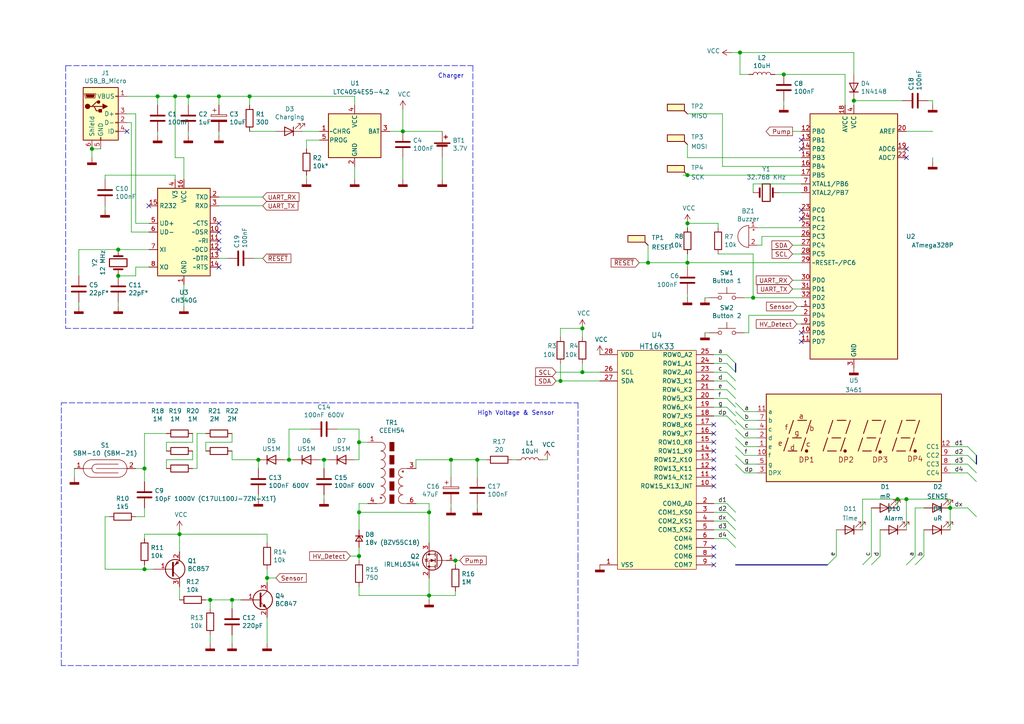
<source format=kicad_sch>
(kicad_sch (version 20210621) (generator eeschema)
  (paper "A4")
  (title_block (title "Nanit") (date "2021-08-27") (rev "D") (comment 1 "https://github.com/nanit") (comment 2 "PCB by Andy Karpov") (comment 3 "Original project by MadOrc"))
  (junction (at 26.67 43.18) (diameter 1.016))
  (junction (at 34.29 72.39) (diameter 1.016))
  (junction (at 34.29 80.01) (diameter 1.016))
  (junction (at 41.91 135.89) (diameter 1.016))
  (junction (at 41.91 165.1) (diameter 1.016))
  (junction (at 45.72 27.94) (diameter 1.016))
  (junction (at 50.8 27.94) (diameter 1.016))
  (junction (at 52.07 154.94) (diameter 1.016))
  (junction (at 54.61 27.94) (diameter 1.016))
  (junction (at 60.96 173.99) (diameter 1.016))
  (junction (at 63.5 27.94) (diameter 1.016))
  (junction (at 67.31 173.99) (diameter 1.016))
  (junction (at 72.39 27.94) (diameter 1.016))
  (junction (at 74.93 133.35) (diameter 1.016))
  (junction (at 77.47 167.64) (diameter 1.016))
  (junction (at 83.82 133.35) (diameter 1.016))
  (junction (at 93.98 133.35) (diameter 1.016))
  (junction (at 104.14 128.27) (diameter 1.016))
  (junction (at 104.14 148.59) (diameter 1.016))
  (junction (at 104.14 161.29) (diameter 1.016))
  (junction (at 116.84 38.1) (diameter 1.016))
  (junction (at 124.46 148.59) (diameter 1.016))
  (junction (at 124.46 172.72) (diameter 1.016))
  (junction (at 130.81 133.35) (diameter 1.016))
  (junction (at 132.08 162.56) (diameter 1.016))
  (junction (at 138.43 133.35) (diameter 1.016))
  (junction (at 162.56 110.49) (diameter 1.016))
  (junction (at 168.91 95.25) (diameter 1.016))
  (junction (at 168.91 107.95) (diameter 1.016))
  (junction (at 187.96 76.2) (diameter 1.016))
  (junction (at 199.39 50.8) (diameter 1.016))
  (junction (at 199.39 64.77) (diameter 1.016))
  (junction (at 199.39 76.2) (diameter 1.016))
  (junction (at 214.63 15.24) (diameter 1.016))
  (junction (at 218.44 86.36) (diameter 1.016))
  (junction (at 227.33 21.59) (diameter 1.016))
  (junction (at 247.65 29.21) (diameter 1.016))
  (junction (at 260.35 144.78) (diameter 1.016))
  (junction (at 262.89 144.78) (diameter 1.016))
  (junction (at 275.59 147.32) (diameter 1.016))
  (no_connect (at 36.83 38.1))
  (no_connect (at 43.18 59.69))
  (no_connect (at 63.5 64.77))
  (no_connect (at 63.5 67.31))
  (no_connect (at 63.5 69.85))
  (no_connect (at 63.5 72.39))
  (no_connect (at 63.5 77.47))
  (no_connect (at 207.01 123.19))
  (no_connect (at 207.01 125.73))
  (no_connect (at 207.01 128.27))
  (no_connect (at 207.01 130.81))
  (no_connect (at 207.01 133.35))
  (no_connect (at 207.01 135.89))
  (no_connect (at 207.01 138.43))
  (no_connect (at 207.01 140.97))
  (no_connect (at 207.01 158.75))
  (no_connect (at 207.01 161.29))
  (no_connect (at 207.01 163.83))
  (no_connect (at 232.41 40.64))
  (no_connect (at 232.41 43.18))
  (no_connect (at 232.41 60.96))
  (no_connect (at 232.41 63.5))
  (no_connect (at 232.41 96.52))
  (no_connect (at 232.41 99.06))
  (no_connect (at 262.89 43.18))
  (no_connect (at 262.89 45.72))
  (bus_entry (at 210.82 102.87) (size 2.54 2.54))
  (bus_entry (at 210.82 105.41) (size 2.54 2.54))
  (bus_entry (at 210.82 107.95) (size 2.54 2.54))
  (bus_entry (at 210.82 110.49) (size 2.54 2.54))
  (bus_entry (at 210.82 113.03) (size 2.54 2.54))
  (bus_entry (at 210.82 115.57) (size 2.54 2.54))
  (bus_entry (at 210.82 118.11) (size 2.54 2.54))
  (bus_entry (at 210.82 120.65) (size 2.54 2.54))
  (bus_entry (at 210.82 146.05) (size 2.54 2.54))
  (bus_entry (at 210.82 148.59) (size 2.54 2.54))
  (bus_entry (at 210.82 151.13) (size 2.54 2.54))
  (bus_entry (at 210.82 153.67) (size 2.54 2.54))
  (bus_entry (at 210.82 156.21) (size 2.54 2.54))
  (bus_entry (at 213.36 116.84) (size 2.54 2.54))
  (bus_entry (at 213.36 119.38) (size 2.54 2.54))
  (bus_entry (at 213.36 121.92) (size 2.54 2.54))
  (bus_entry (at 213.36 124.46) (size 2.54 2.54))
  (bus_entry (at 213.36 127) (size 2.54 2.54))
  (bus_entry (at 213.36 129.54) (size 2.54 2.54))
  (bus_entry (at 213.36 132.08) (size 2.54 2.54))
  (bus_entry (at 213.36 134.62) (size 2.54 2.54))
  (bus_entry (at 242.57 161.29) (size -2.54 2.54))
  (bus_entry (at 252.73 161.29) (size -2.54 2.54))
  (bus_entry (at 255.27 161.29) (size -2.54 2.54))
  (bus_entry (at 265.43 161.29) (size -2.54 2.54))
  (bus_entry (at 267.97 161.29) (size -2.54 2.54))
  (bus_entry (at 280.67 129.54) (size 2.54 2.54))
  (bus_entry (at 280.67 132.08) (size 2.54 2.54))
  (bus_entry (at 280.67 134.62) (size 2.54 2.54))
  (bus_entry (at 280.67 137.16) (size 2.54 2.54))
  (bus_entry (at 280.67 147.32) (size 2.54 2.54))
  (wire (pts (xy 21.59 135.89) (xy 21.59 138.43)))
  (wire (pts (xy 22.86 72.39) (xy 34.29 72.39)))
  (wire (pts (xy 22.86 80.01) (xy 22.86 72.39)))
  (wire (pts (xy 22.86 88.9) (xy 22.86 87.63)))
  (wire (pts (xy 26.67 45.72) (xy 26.67 43.18)))
  (wire (pts (xy 29.21 43.18) (xy 26.67 43.18)))
  (wire (pts (xy 30.48 50.8) (xy 50.8 50.8)))
  (wire (pts (xy 30.48 52.07) (xy 30.48 50.8)))
  (wire (pts (xy 30.48 60.96) (xy 30.48 59.69)))
  (wire (pts (xy 30.48 149.86) (xy 30.48 165.1)))
  (wire (pts (xy 30.48 165.1) (xy 41.91 165.1)))
  (wire (pts (xy 31.75 149.86) (xy 30.48 149.86)))
  (wire (pts (xy 34.29 72.39) (xy 43.18 72.39)))
  (wire (pts (xy 34.29 80.01) (xy 39.37 80.01)))
  (wire (pts (xy 34.29 88.9) (xy 34.29 87.63)))
  (wire (pts (xy 36.83 27.94) (xy 45.72 27.94)))
  (wire (pts (xy 36.83 33.02) (xy 39.37 33.02)))
  (wire (pts (xy 36.83 35.56) (xy 38.1 35.56)))
  (wire (pts (xy 38.1 35.56) (xy 38.1 67.31)))
  (wire (pts (xy 38.1 67.31) (xy 43.18 67.31)))
  (wire (pts (xy 39.37 33.02) (xy 39.37 64.77)))
  (wire (pts (xy 39.37 64.77) (xy 43.18 64.77)))
  (wire (pts (xy 39.37 77.47) (xy 43.18 77.47)))
  (wire (pts (xy 39.37 80.01) (xy 39.37 77.47)))
  (wire (pts (xy 39.37 135.89) (xy 41.91 135.89)))
  (wire (pts (xy 41.91 125.73) (xy 48.26 125.73)))
  (wire (pts (xy 41.91 135.89) (xy 41.91 125.73)))
  (wire (pts (xy 41.91 139.7) (xy 41.91 135.89)))
  (wire (pts (xy 41.91 147.32) (xy 41.91 149.86)))
  (wire (pts (xy 41.91 149.86) (xy 39.37 149.86)))
  (wire (pts (xy 41.91 154.94) (xy 52.07 154.94)))
  (wire (pts (xy 41.91 156.21) (xy 41.91 154.94)))
  (wire (pts (xy 41.91 163.83) (xy 41.91 165.1)))
  (wire (pts (xy 41.91 165.1) (xy 44.45 165.1)))
  (wire (pts (xy 45.72 27.94) (xy 45.72 30.48)))
  (wire (pts (xy 45.72 27.94) (xy 50.8 27.94)))
  (wire (pts (xy 45.72 39.37) (xy 45.72 38.1)))
  (wire (pts (xy 48.26 128.27) (xy 55.88 128.27)))
  (wire (pts (xy 48.26 130.81) (xy 48.26 128.27)))
  (wire (pts (xy 48.26 133.35) (xy 55.88 133.35)))
  (wire (pts (xy 48.26 135.89) (xy 48.26 133.35)))
  (wire (pts (xy 50.8 27.94) (xy 54.61 27.94)))
  (wire (pts (xy 50.8 45.72) (xy 50.8 27.94)))
  (wire (pts (xy 50.8 50.8) (xy 50.8 52.07)))
  (wire (pts (xy 52.07 153.67) (xy 52.07 154.94)))
  (wire (pts (xy 52.07 154.94) (xy 52.07 160.02)))
  (wire (pts (xy 52.07 154.94) (xy 77.47 154.94)))
  (wire (pts (xy 52.07 170.18) (xy 52.07 173.99)))
  (wire (pts (xy 53.34 45.72) (xy 50.8 45.72)))
  (wire (pts (xy 53.34 52.07) (xy 53.34 45.72)))
  (wire (pts (xy 53.34 82.55) (xy 53.34 88.9)))
  (wire (pts (xy 54.61 27.94) (xy 63.5 27.94)))
  (wire (pts (xy 54.61 30.48) (xy 54.61 27.94)))
  (wire (pts (xy 54.61 39.37) (xy 54.61 38.1)))
  (wire (pts (xy 55.88 128.27) (xy 55.88 125.73)))
  (wire (pts (xy 55.88 133.35) (xy 55.88 130.81)))
  (wire (pts (xy 55.88 135.89) (xy 57.15 135.89)))
  (wire (pts (xy 57.15 125.73) (xy 59.69 125.73)))
  (wire (pts (xy 57.15 135.89) (xy 57.15 125.73)))
  (wire (pts (xy 59.69 128.27) (xy 59.69 130.81)))
  (wire (pts (xy 59.69 173.99) (xy 60.96 173.99)))
  (wire (pts (xy 60.96 173.99) (xy 67.31 173.99)))
  (wire (pts (xy 60.96 176.53) (xy 60.96 173.99)))
  (wire (pts (xy 60.96 186.69) (xy 60.96 184.15)))
  (wire (pts (xy 63.5 27.94) (xy 72.39 27.94)))
  (wire (pts (xy 63.5 30.48) (xy 63.5 27.94)))
  (wire (pts (xy 63.5 39.37) (xy 63.5 38.1)))
  (wire (pts (xy 63.5 57.15) (xy 76.2 57.15)))
  (wire (pts (xy 63.5 59.69) (xy 76.2 59.69)))
  (wire (pts (xy 63.5 74.93) (xy 66.04 74.93)))
  (wire (pts (xy 67.31 125.73) (xy 67.31 128.27)))
  (wire (pts (xy 67.31 128.27) (xy 59.69 128.27)))
  (wire (pts (xy 67.31 130.81) (xy 67.31 133.35)))
  (wire (pts (xy 67.31 133.35) (xy 74.93 133.35)))
  (wire (pts (xy 67.31 173.99) (xy 69.85 173.99)))
  (wire (pts (xy 67.31 176.53) (xy 67.31 173.99)))
  (wire (pts (xy 67.31 186.69) (xy 67.31 184.15)))
  (wire (pts (xy 72.39 27.94) (xy 102.87 27.94)))
  (wire (pts (xy 72.39 30.48) (xy 72.39 27.94)))
  (wire (pts (xy 72.39 38.1) (xy 80.01 38.1)))
  (wire (pts (xy 73.66 74.93) (xy 76.2 74.93)))
  (wire (pts (xy 74.93 135.89) (xy 74.93 133.35)))
  (wire (pts (xy 74.93 144.78) (xy 74.93 143.51)))
  (wire (pts (xy 77.47 154.94) (xy 77.47 157.48)))
  (wire (pts (xy 77.47 165.1) (xy 77.47 167.64)))
  (wire (pts (xy 77.47 167.64) (xy 77.47 168.91)))
  (wire (pts (xy 77.47 179.07) (xy 77.47 186.69)))
  (wire (pts (xy 80.01 167.64) (xy 77.47 167.64)))
  (wire (pts (xy 82.55 133.35) (xy 83.82 133.35)))
  (wire (pts (xy 83.82 124.46) (xy 83.82 133.35)))
  (wire (pts (xy 83.82 133.35) (xy 85.09 133.35)))
  (wire (pts (xy 87.63 38.1) (xy 92.71 38.1)))
  (wire (pts (xy 88.9 40.64) (xy 88.9 43.18)))
  (wire (pts (xy 88.9 52.07) (xy 88.9 50.8)))
  (wire (pts (xy 90.17 124.46) (xy 83.82 124.46)))
  (wire (pts (xy 92.71 40.64) (xy 88.9 40.64)))
  (wire (pts (xy 92.71 133.35) (xy 93.98 133.35)))
  (wire (pts (xy 93.98 133.35) (xy 95.25 133.35)))
  (wire (pts (xy 93.98 135.89) (xy 93.98 133.35)))
  (wire (pts (xy 93.98 144.78) (xy 93.98 143.51)))
  (wire (pts (xy 97.79 124.46) (xy 104.14 124.46)))
  (wire (pts (xy 101.6 161.29) (xy 104.14 161.29)))
  (wire (pts (xy 102.87 27.94) (xy 102.87 30.48)))
  (wire (pts (xy 102.87 48.26) (xy 102.87 52.07)))
  (wire (pts (xy 102.87 133.35) (xy 104.14 133.35)))
  (wire (pts (xy 104.14 124.46) (xy 104.14 128.27)))
  (wire (pts (xy 104.14 128.27) (xy 104.14 133.35)))
  (wire (pts (xy 104.14 146.05) (xy 106.68 146.05)))
  (wire (pts (xy 104.14 148.59) (xy 104.14 146.05)))
  (wire (pts (xy 104.14 148.59) (xy 124.46 148.59)))
  (wire (pts (xy 104.14 153.67) (xy 104.14 148.59)))
  (wire (pts (xy 104.14 161.29) (xy 104.14 158.75)))
  (wire (pts (xy 104.14 161.29) (xy 104.14 162.56)))
  (wire (pts (xy 104.14 170.18) (xy 104.14 172.72)))
  (wire (pts (xy 104.14 172.72) (xy 124.46 172.72)))
  (wire (pts (xy 106.68 128.27) (xy 104.14 128.27)))
  (wire (pts (xy 113.03 38.1) (xy 116.84 38.1)))
  (wire (pts (xy 116.84 31.75) (xy 116.84 38.1)))
  (wire (pts (xy 116.84 38.1) (xy 128.27 38.1)))
  (wire (pts (xy 116.84 52.07) (xy 116.84 45.72)))
  (wire (pts (xy 120.65 133.35) (xy 120.65 135.89)))
  (wire (pts (xy 120.65 146.05) (xy 124.46 146.05)))
  (wire (pts (xy 124.46 146.05) (xy 124.46 148.59)))
  (wire (pts (xy 124.46 148.59) (xy 124.46 157.48)))
  (wire (pts (xy 124.46 167.64) (xy 124.46 172.72)))
  (wire (pts (xy 124.46 172.72) (xy 132.08 172.72)))
  (wire (pts (xy 124.46 173.99) (xy 124.46 172.72)))
  (wire (pts (xy 128.27 45.72) (xy 128.27 52.07)))
  (wire (pts (xy 130.81 133.35) (xy 120.65 133.35)))
  (wire (pts (xy 130.81 133.35) (xy 138.43 133.35)))
  (wire (pts (xy 130.81 138.43) (xy 130.81 133.35)))
  (wire (pts (xy 130.81 147.32) (xy 130.81 146.05)))
  (wire (pts (xy 132.08 162.56) (xy 132.08 163.83)))
  (wire (pts (xy 132.08 172.72) (xy 132.08 171.45)))
  (wire (pts (xy 133.35 162.56) (xy 132.08 162.56)))
  (wire (pts (xy 138.43 133.35) (xy 140.97 133.35)))
  (wire (pts (xy 138.43 138.43) (xy 138.43 133.35)))
  (wire (pts (xy 138.43 147.32) (xy 138.43 146.05)))
  (wire (pts (xy 148.59 133.35) (xy 149.86 133.35)))
  (wire (pts (xy 157.48 133.35) (xy 158.75 133.35)))
  (wire (pts (xy 161.29 107.95) (xy 168.91 107.95)))
  (wire (pts (xy 161.29 110.49) (xy 162.56 110.49)))
  (wire (pts (xy 162.56 95.25) (xy 168.91 95.25)))
  (wire (pts (xy 162.56 97.79) (xy 162.56 95.25)))
  (wire (pts (xy 162.56 105.41) (xy 162.56 110.49)))
  (wire (pts (xy 162.56 110.49) (xy 173.99 110.49)))
  (wire (pts (xy 168.91 95.25) (xy 168.91 97.79)))
  (wire (pts (xy 168.91 105.41) (xy 168.91 107.95)))
  (wire (pts (xy 168.91 107.95) (xy 173.99 107.95)))
  (wire (pts (xy 185.42 76.2) (xy 187.96 76.2)))
  (wire (pts (xy 187.96 71.12) (xy 187.96 76.2)))
  (wire (pts (xy 187.96 76.2) (xy 199.39 76.2)))
  (wire (pts (xy 198.12 50.8) (xy 199.39 50.8)))
  (wire (pts (xy 199.39 41.91) (xy 199.39 45.72)))
  (wire (pts (xy 199.39 45.72) (xy 232.41 45.72)))
  (wire (pts (xy 199.39 50.8) (xy 232.41 50.8)))
  (wire (pts (xy 199.39 64.77) (xy 208.28 64.77)))
  (wire (pts (xy 199.39 66.04) (xy 199.39 64.77)))
  (wire (pts (xy 199.39 76.2) (xy 199.39 73.66)))
  (wire (pts (xy 199.39 77.47) (xy 199.39 76.2)))
  (wire (pts (xy 199.39 86.36) (xy 199.39 85.09)))
  (wire (pts (xy 204.47 86.36) (xy 205.74 86.36)))
  (wire (pts (xy 204.47 96.52) (xy 205.74 96.52)))
  (wire (pts (xy 207.01 102.87) (xy 210.82 102.87)))
  (wire (pts (xy 207.01 105.41) (xy 210.82 105.41)))
  (wire (pts (xy 207.01 107.95) (xy 210.82 107.95)))
  (wire (pts (xy 207.01 110.49) (xy 210.82 110.49)))
  (wire (pts (xy 207.01 113.03) (xy 210.82 113.03)))
  (wire (pts (xy 207.01 115.57) (xy 210.82 115.57)))
  (wire (pts (xy 207.01 118.11) (xy 210.82 118.11)))
  (wire (pts (xy 207.01 120.65) (xy 210.82 120.65)))
  (wire (pts (xy 207.01 146.05) (xy 210.82 146.05)))
  (wire (pts (xy 207.01 148.59) (xy 210.82 148.59)))
  (wire (pts (xy 207.01 151.13) (xy 210.82 151.13)))
  (wire (pts (xy 207.01 153.67) (xy 210.82 153.67)))
  (wire (pts (xy 207.01 156.21) (xy 210.82 156.21)))
  (wire (pts (xy 208.28 66.04) (xy 208.28 64.77)))
  (wire (pts (xy 209.55 33.02) (xy 199.39 33.02)))
  (wire (pts (xy 209.55 33.02) (xy 209.55 48.26)))
  (wire (pts (xy 209.55 48.26) (xy 232.41 48.26)))
  (wire (pts (xy 212.09 15.24) (xy 214.63 15.24)))
  (wire (pts (xy 214.63 15.24) (xy 214.63 21.59)))
  (wire (pts (xy 214.63 21.59) (xy 217.17 21.59)))
  (wire (pts (xy 215.9 86.36) (xy 218.44 86.36)))
  (wire (pts (xy 215.9 119.38) (xy 219.71 119.38)))
  (wire (pts (xy 215.9 121.92) (xy 219.71 121.92)))
  (wire (pts (xy 215.9 124.46) (xy 219.71 124.46)))
  (wire (pts (xy 215.9 127) (xy 219.71 127)))
  (wire (pts (xy 215.9 129.54) (xy 219.71 129.54)))
  (wire (pts (xy 215.9 132.08) (xy 219.71 132.08)))
  (wire (pts (xy 215.9 134.62) (xy 219.71 134.62)))
  (wire (pts (xy 215.9 137.16) (xy 219.71 137.16)))
  (wire (pts (xy 217.17 91.44) (xy 217.17 96.52)))
  (wire (pts (xy 217.17 91.44) (xy 232.41 91.44)))
  (wire (pts (xy 217.17 96.52) (xy 215.9 96.52)))
  (wire (pts (xy 218.44 53.34) (xy 232.41 53.34)))
  (wire (pts (xy 218.44 55.88) (xy 218.44 53.34)))
  (wire (pts (xy 218.44 73.66) (xy 208.28 73.66)))
  (wire (pts (xy 218.44 86.36) (xy 218.44 73.66)))
  (wire (pts (xy 218.44 86.36) (xy 232.41 86.36)))
  (wire (pts (xy 219.71 66.04) (xy 232.41 66.04)))
  (wire (pts (xy 219.71 71.12) (xy 220.98 71.12)))
  (wire (pts (xy 220.98 68.58) (xy 232.41 68.58)))
  (wire (pts (xy 220.98 71.12) (xy 220.98 68.58)))
  (wire (pts (xy 224.79 21.59) (xy 227.33 21.59)))
  (wire (pts (xy 226.06 55.88) (xy 232.41 55.88)))
  (wire (pts (xy 227.33 21.59) (xy 245.11 21.59)))
  (wire (pts (xy 227.33 29.21) (xy 227.33 30.48)))
  (wire (pts (xy 229.87 38.1) (xy 232.41 38.1)))
  (wire (pts (xy 229.87 71.12) (xy 232.41 71.12)))
  (wire (pts (xy 229.87 73.66) (xy 232.41 73.66)))
  (wire (pts (xy 229.87 81.28) (xy 232.41 81.28)))
  (wire (pts (xy 229.87 83.82) (xy 232.41 83.82)))
  (wire (pts (xy 231.14 88.9) (xy 232.41 88.9)))
  (wire (pts (xy 231.14 93.98) (xy 232.41 93.98)))
  (wire (pts (xy 232.41 76.2) (xy 199.39 76.2)))
  (wire (pts (xy 242.57 153.67) (xy 242.57 161.29)))
  (wire (pts (xy 245.11 21.59) (xy 245.11 30.48)))
  (wire (pts (xy 247.65 15.24) (xy 214.63 15.24)))
  (wire (pts (xy 247.65 21.59) (xy 247.65 15.24)))
  (wire (pts (xy 247.65 30.48) (xy 247.65 29.21)))
  (wire (pts (xy 250.19 144.78) (xy 260.35 144.78)))
  (wire (pts (xy 250.19 153.67) (xy 250.19 144.78)))
  (wire (pts (xy 252.73 147.32) (xy 252.73 161.29)))
  (wire (pts (xy 255.27 153.67) (xy 255.27 161.29)))
  (wire (pts (xy 260.35 144.78) (xy 262.89 144.78)))
  (wire (pts (xy 260.35 147.32) (xy 260.35 144.78)))
  (wire (pts (xy 261.62 29.21) (xy 247.65 29.21)))
  (wire (pts (xy 262.89 38.1) (xy 270.51 38.1)))
  (wire (pts (xy 262.89 144.78) (xy 262.89 153.67)))
  (wire (pts (xy 262.89 144.78) (xy 275.59 144.78)))
  (wire (pts (xy 265.43 147.32) (xy 267.97 147.32)))
  (wire (pts (xy 265.43 161.29) (xy 265.43 147.32)))
  (wire (pts (xy 267.97 153.67) (xy 267.97 161.29)))
  (wire (pts (xy 269.24 29.21) (xy 270.51 29.21)))
  (wire (pts (xy 270.51 29.21) (xy 270.51 30.48)))
  (wire (pts (xy 270.51 46.99) (xy 270.51 45.72)))
  (wire (pts (xy 275.59 129.54) (xy 280.67 129.54)))
  (wire (pts (xy 275.59 132.08) (xy 280.67 132.08)))
  (wire (pts (xy 275.59 134.62) (xy 280.67 134.62)))
  (wire (pts (xy 275.59 137.16) (xy 280.67 137.16)))
  (wire (pts (xy 275.59 144.78) (xy 275.59 147.32)))
  (wire (pts (xy 275.59 147.32) (xy 275.59 153.67)))
  (wire (pts (xy 275.59 147.32) (xy 280.67 147.32)))
  (bus (pts (xy 213.36 105.41) (xy 213.36 163.83)))
  (bus (pts (xy 213.36 163.83) (xy 283.21 163.83)))
  (bus (pts (xy 283.21 132.08) (xy 283.21 163.83)))
  (polyline (pts (xy 17.78 116.84) (xy 167.64 116.84)) (stroke (width 0) (type dash)))
  (polyline (pts (xy 17.78 193.04) (xy 17.78 116.84)) (stroke (width 0) (type dash)))
  (polyline (pts (xy 19.05 19.05) (xy 19.05 95.25)) (stroke (width 0) (type dash)))
  (polyline (pts (xy 19.05 19.05) (xy 137.16 19.05)) (stroke (width 0) (type dash)))
  (polyline (pts (xy 137.16 19.05) (xy 137.16 95.25)) (stroke (width 0) (type dash)))
  (polyline (pts (xy 137.16 95.25) (xy 19.05 95.25)) (stroke (width 0) (type dash)))
  (polyline (pts (xy 167.64 116.84) (xy 167.64 161.29)) (stroke (width 0) (type dash)))
  (polyline (pts (xy 167.64 161.29) (xy 167.64 193.04)) (stroke (width 0) (type dash)))
  (polyline (pts (xy 167.64 193.04) (xy 17.78 193.04)) (stroke (width 0) (type dash)))
  (text "Charger" (at 127 22.86 0) (effects (font (size 1.27 1.27)) (justify left bottom)))
  (text "High Voltage & Sensor\n" (at 138.43 120.65 0) (effects (font (size 1.27 1.27)) (justify left bottom)))
  (label "a" (at 208.28 102.87 0))
  (label "b" (at 208.28 105.41 0))
  (label "c" (at 208.28 107.95 0))
  (label "d" (at 208.28 110.49 0))
  (label "e" (at 208.28 113.03 0))
  (label "f" (at 208.28 115.57 0))
  (label "g" (at 208.28 118.11 0))
  (label "dp" (at 208.28 120.65 0))
  (label "d1" (at 208.28 146.05 0))
  (label "d2" (at 208.28 148.59 0))
  (label "dx" (at 208.28 151.13 0))
  (label "d3" (at 208.28 153.67 0))
  (label "d4" (at 208.28 156.21 0))
  (label "a" (at 215.9 119.38 0))
  (label "b" (at 215.9 121.92 0))
  (label "c" (at 215.9 124.46 0))
  (label "d" (at 215.9 127 0))
  (label "e" (at 215.9 129.54 0))
  (label "f" (at 215.9 132.08 0))
  (label "g" (at 215.9 134.62 0))
  (label "dp" (at 215.9 137.16 0))
  (label "e" (at 242.57 160.02 270))
  (label "c" (at 252.73 160.02 270))
  (label "d" (at 255.27 160.02 270))
  (label "a" (at 265.43 160.02 270))
  (label "b" (at 267.97 160.02 270))
  (label "d1" (at 276.86 129.54 0))
  (label "d2" (at 276.86 132.08 0))
  (label "d3" (at 276.86 134.62 0))
  (label "d4" (at 276.86 137.16 0))
  (label "dx" (at 276.86 147.32 0))
  (global_label "UART_RX" (shape input) (at 76.2 57.15 0) (property "Intersheet References" "${INTERSHEET_REFS}" (effects hide)))
  (global_label "UART_TX" (shape input) (at 76.2 59.69 0) (property "Intersheet References" "${INTERSHEET_REFS}" (effects hide)))
  (global_label "~{RESET}" (shape input) (at 76.2 74.93 0) (property "Intersheet References" "${INTERSHEET_REFS}" (effects hide)))
  (global_label "Sensor" (shape input) (at 80.01 167.64 0) (property "Intersheet References" "${INTERSHEET_REFS}" (effects hide)))
  (global_label "HV_Detect" (shape input) (at 101.6 161.29 180) (property "Intersheet References" "${INTERSHEET_REFS}" (effects hide)))
  (global_label "Pump" (shape input) (at 133.35 162.56 0) (property "Intersheet References" "${INTERSHEET_REFS}" (effects hide)))
  (global_label "SCL" (shape input) (at 161.29 107.95 180) (property "Intersheet References" "${INTERSHEET_REFS}" (effects hide)))
  (global_label "SDA" (shape input) (at 161.29 110.49 180) (property "Intersheet References" "${INTERSHEET_REFS}" (effects hide)))
  (global_label "~{RESET}" (shape input) (at 185.42 76.2 180) (property "Intersheet References" "${INTERSHEET_REFS}" (effects hide)))
  (global_label "Pump" (shape output) (at 229.87 38.1 180) (property "Intersheet References" "${INTERSHEET_REFS}" (effects hide)))
  (global_label "SDA" (shape input) (at 229.87 71.12 180) (property "Intersheet References" "${INTERSHEET_REFS}" (effects hide)))
  (global_label "SCL" (shape input) (at 229.87 73.66 180) (property "Intersheet References" "${INTERSHEET_REFS}" (effects hide)))
  (global_label "UART_RX" (shape input) (at 229.87 81.28 180) (property "Intersheet References" "${INTERSHEET_REFS}" (effects hide)))
  (global_label "UART_TX" (shape input) (at 229.87 83.82 180) (property "Intersheet References" "${INTERSHEET_REFS}" (effects hide)))
  (global_label "Sensor" (shape input) (at 231.14 88.9 180) (property "Intersheet References" "${INTERSHEET_REFS}" (effects hide)))
  (global_label "HV_Detect" (shape input) (at 231.14 93.98 180) (property "Intersheet References" "${INTERSHEET_REFS}" (effects hide)))
  (symbol (lib_id "power:VCC") (at 52.07 153.67 0) (unit 1)
    (property "Reference" "#PWR0113" (effects hide))
    (property "Value" "VCC" (at 52.5018 149.2758 0))
  )
  (symbol (lib_id "power:VCC") (at 116.84 31.75 0) (unit 1)
    (property "Reference" "#PWR0108" (effects hide))
    (property "Value" "VCC" (at 117.2718 27.3558 0))
  )
  (symbol (lib_id "power:VCC") (at 158.75 133.35 0) (unit 1)
    (property "Reference" "#PWR0122" (effects hide))
    (property "Value" "VCC" (at 159.1818 128.9558 0))
  )
  (symbol (lib_id "power:VCC") (at 168.91 95.25 0) (unit 1)
    (property "Reference" "#PWR0133" (effects hide))
    (property "Value" "VCC" (at 169.3418 90.8558 0))
  )
  (symbol (lib_id "power:VCC") (at 173.99 102.87 0) (unit 1)
    (property "Reference" "#PWR0135" (effects hide))
    (property "Value" "VCC" (at 174.4218 98.4758 0))
  )
  (symbol (lib_id "power:VCC") (at 199.39 64.77 0) (unit 1)
    (property "Reference" "#PWR0127" (effects hide))
    (property "Value" "VCC" (at 199.8218 60.3758 0))
  )
  (symbol (lib_id "power:VCC") (at 212.09 15.24 90) (unit 1)
    (property "Reference" "#PWR0125" (effects hide))
    (property "Value" "VCC" (at 208.8642 14.7828 90) (effects (justify left)))
  )
  (symbol (lib_id "power:GNDD") (at 21.59 138.43 0) (unit 1)
    (property "Reference" "#PWR0112" (effects hide))
    (property "Value" "GNDD" (effects hide))
  )
  (symbol (lib_id "power:GNDD") (at 22.86 88.9 0) (unit 1)
    (property "Reference" "#PWR0111" (effects hide))
    (property "Value" "GNDD" (effects hide))
  )
  (symbol (lib_id "power:GNDD") (at 26.67 45.72 0) (unit 1)
    (property "Reference" "#PWR0101" (effects hide))
    (property "Value" "GNDD" (effects hide))
  )
  (symbol (lib_id "power:GNDD") (at 30.48 60.96 0) (unit 1)
    (property "Reference" "#PWR0110" (effects hide))
    (property "Value" "GNDD" (effects hide))
  )
  (symbol (lib_id "power:GNDD") (at 34.29 88.9 0) (unit 1)
    (property "Reference" "#PWR0131" (effects hide))
    (property "Value" "GNDD" (effects hide))
  )
  (symbol (lib_id "power:GNDD") (at 45.72 39.37 0) (unit 1)
    (property "Reference" "#PWR0103" (effects hide))
    (property "Value" "GNDD" (effects hide))
  )
  (symbol (lib_id "power:GNDD") (at 53.34 88.9 0) (unit 1)
    (property "Reference" "#PWR0132" (effects hide))
    (property "Value" "GNDD" (effects hide))
  )
  (symbol (lib_id "power:GNDD") (at 54.61 39.37 0) (unit 1)
    (property "Reference" "#PWR0104" (effects hide))
    (property "Value" "GNDD" (effects hide))
  )
  (symbol (lib_id "power:GNDD") (at 60.96 186.69 0) (unit 1)
    (property "Reference" "#PWR0114" (effects hide))
    (property "Value" "GNDD" (effects hide))
  )
  (symbol (lib_id "power:GNDD") (at 63.5 39.37 0) (unit 1)
    (property "Reference" "#PWR0105" (effects hide))
    (property "Value" "GNDD" (effects hide))
  )
  (symbol (lib_id "power:GNDD") (at 67.31 186.69 0) (unit 1)
    (property "Reference" "#PWR0115" (effects hide))
    (property "Value" "GNDD" (effects hide))
  )
  (symbol (lib_id "power:GNDD") (at 74.93 144.78 0) (unit 1)
    (property "Reference" "#PWR0117" (effects hide))
    (property "Value" "GNDD" (effects hide))
  )
  (symbol (lib_id "power:GNDD") (at 77.47 186.69 0) (unit 1)
    (property "Reference" "#PWR0116" (effects hide))
    (property "Value" "GNDD" (effects hide))
  )
  (symbol (lib_id "power:GNDD") (at 88.9 52.07 0) (unit 1)
    (property "Reference" "#PWR0102" (effects hide))
    (property "Value" "GNDD" (effects hide))
  )
  (symbol (lib_id "power:GNDD") (at 93.98 144.78 0) (unit 1)
    (property "Reference" "#PWR0118" (effects hide))
    (property "Value" "GNDD" (effects hide))
  )
  (symbol (lib_id "power:GNDD") (at 102.87 52.07 0) (unit 1)
    (property "Reference" "#PWR0106" (effects hide))
    (property "Value" "GNDD" (effects hide))
  )
  (symbol (lib_id "power:GNDD") (at 116.84 52.07 0) (unit 1)
    (property "Reference" "#PWR0107" (effects hide))
    (property "Value" "GNDD" (effects hide))
  )
  (symbol (lib_id "power:GNDD") (at 124.46 173.99 0) (unit 1)
    (property "Reference" "#PWR0119" (effects hide))
    (property "Value" "GNDD" (effects hide))
  )
  (symbol (lib_id "power:GNDD") (at 128.27 52.07 0) (unit 1)
    (property "Reference" "#PWR0109" (effects hide))
    (property "Value" "GNDD" (effects hide))
  )
  (symbol (lib_id "power:GNDD") (at 130.81 147.32 0) (unit 1)
    (property "Reference" "#PWR0120" (effects hide))
    (property "Value" "GNDD" (effects hide))
  )
  (symbol (lib_id "power:GNDD") (at 138.43 147.32 0) (unit 1)
    (property "Reference" "#PWR0121" (effects hide))
    (property "Value" "GNDD" (effects hide))
  )
  (symbol (lib_id "power:GNDD") (at 173.99 163.83 0) (unit 1)
    (property "Reference" "#PWR0136" (effects hide))
    (property "Value" "GNDD" (effects hide))
  )
  (symbol (lib_id "power:GNDD") (at 199.39 86.36 0) (unit 1)
    (property "Reference" "#PWR0128" (effects hide))
    (property "Value" "GNDD" (effects hide))
  )
  (symbol (lib_id "power:GNDD") (at 204.47 86.36 0) (unit 1)
    (property "Reference" "#PWR0130" (effects hide))
    (property "Value" "GNDD" (effects hide))
  )
  (symbol (lib_id "power:GNDD") (at 204.47 96.52 0) (unit 1)
    (property "Reference" "#PWR0129" (effects hide))
    (property "Value" "GNDD" (effects hide))
  )
  (symbol (lib_id "power:GNDD") (at 227.33 30.48 0) (unit 1)
    (property "Reference" "#PWR0124" (effects hide))
    (property "Value" "GNDD" (effects hide))
  )
  (symbol (lib_id "power:GNDD") (at 247.65 106.68 0) (unit 1)
    (property "Reference" "#PWR0126" (effects hide))
    (property "Value" "GNDD" (effects hide))
  )
  (symbol (lib_id "power:GNDD") (at 270.51 30.48 0) (unit 1)
    (property "Reference" "#PWR0137" (effects hide))
    (property "Value" "GNDD" (effects hide))
  )
  (symbol (lib_id "power:GNDD") (at 270.51 46.99 0) (unit 1)
    (property "Reference" "#PWR0123" (effects hide))
    (property "Value" "GNDD" (effects hide))
  )
  (symbol (lib_id "Device:L") (at 153.67 133.35 90) (unit 1)
    (property "Reference" "L1" (at 153.67 128.524 90))
    (property "Value" "10uH" (at 153.67 130.8354 90))
    (property "Footprint" "Inductor_SMD:L_0805_2012Metric_Pad1.15x1.40mm_HandSolder" (effects hide))
  )
  (symbol (lib_id "Device:L") (at 220.98 21.59 90) (unit 1)
    (property "Reference" "L2" (at 220.98 16.764 90))
    (property "Value" "10uH" (at 220.98 19.0754 90))
    (property "Footprint" "Inductor_SMD:L_0805_2012Metric_Pad1.15x1.40mm_HandSolder" (effects hide))
  )
  (symbol (lib_id "Device:D_Zener_Small") (at 104.14 156.21 270) (unit 1)
    (property "Reference" "D8" (at 105.8672 155.0416 90) (effects (justify left)))
    (property "Value" "18v (BZV55C18)" (at 105.8672 157.353 90) (effects (justify left)))
    (property "Footprint" "Diode_SMD:D_MiniMELF" (effects hide))
  )
  (symbol (lib_id "Device:R") (at 35.56 149.86 270) (unit 1)
    (property "Reference" "R10" (at 35.56 144.6022 90))
    (property "Value" "1k5" (at 35.56 146.9136 90))
    (property "Footprint" "Resistor_SMD:R_0805_2012Metric_Pad1.15x1.40mm_HandSolder" (effects hide))
  )
  (symbol (lib_id "Device:R") (at 41.91 160.02 0) (unit 1)
    (property "Reference" "R11" (at 43.688 158.8516 0) (effects (justify left)))
    (property "Value" "10k" (at 43.688 161.163 0) (effects (justify left)))
    (property "Footprint" "Resistor_SMD:R_0805_2012Metric_Pad1.15x1.40mm_HandSolder" (effects hide))
  )
  (symbol (lib_id "Device:R") (at 52.07 125.73 270) (unit 1)
    (property "Reference" "R18" (at 45.72 119.2022 90))
    (property "Value" "1M" (at 45.72 121.5136 90))
    (property "Footprint" "Resistor_SMD:R_0805_2012Metric_Pad1.15x1.40mm_HandSolder" (effects hide))
  )
  (symbol (lib_id "Device:R") (at 52.07 130.81 270) (unit 1)
    (property "Reference" "R19" (at 50.8 119.2022 90))
    (property "Value" "1M" (at 50.8 121.5136 90))
    (property "Footprint" "Resistor_SMD:R_0805_2012Metric_Pad1.15x1.40mm_HandSolder" (effects hide))
  )
  (symbol (lib_id "Device:R") (at 52.07 135.89 270) (unit 1)
    (property "Reference" "R20" (at 55.88 119.2022 90))
    (property "Value" "1M" (at 55.88 121.5136 90))
    (property "Footprint" "Resistor_SMD:R_0805_2012Metric_Pad1.15x1.40mm_HandSolder" (effects hide))
  )
  (symbol (lib_id "Device:R") (at 55.88 173.99 270) (unit 1)
    (property "Reference" "R12" (at 55.88 168.7322 90))
    (property "Value" "10k" (at 55.88 171.0436 90))
    (property "Footprint" "Resistor_SMD:R_0805_2012Metric_Pad1.15x1.40mm_HandSolder" (effects hide))
  )
  (symbol (lib_id "Device:R") (at 60.96 180.34 180) (unit 1)
    (property "Reference" "R13" (at 55.118 179.1716 0) (effects (justify right)))
    (property "Value" "10k" (at 55.118 181.483 0) (effects (justify right)))
    (property "Footprint" "Resistor_SMD:R_0805_2012Metric_Pad1.15x1.40mm_HandSolder" (effects hide))
  )
  (symbol (lib_id "Device:R") (at 63.5 125.73 270) (unit 1)
    (property "Reference" "R21" (at 62.23 119.2022 90))
    (property "Value" "2M" (at 62.23 121.5136 90))
    (property "Footprint" "Resistor_SMD:R_0805_2012Metric_Pad1.15x1.40mm_HandSolder" (effects hide))
  )
  (symbol (lib_id "Device:R") (at 63.5 130.81 270) (unit 1)
    (property "Reference" "R22" (at 67.31 119.2022 90))
    (property "Value" "2M" (at 67.31 121.5136 90))
    (property "Footprint" "Resistor_SMD:R_0805_2012Metric_Pad1.15x1.40mm_HandSolder" (effects hide))
  )
  (symbol (lib_id "Device:R") (at 72.39 34.29 0) (unit 1)
    (property "Reference" "R1" (at 74.168 33.1216 0) (effects (justify left)))
    (property "Value" "300" (at 74.168 35.433 0) (effects (justify left)))
    (property "Footprint" "Resistor_SMD:R_0805_2012Metric_Pad1.15x1.40mm_HandSolder" (effects hide))
  )
  (symbol (lib_id "Device:R") (at 77.47 161.29 180) (unit 1)
    (property "Reference" "R14" (at 79.248 160.1216 0) (effects (justify right)))
    (property "Value" "10k" (at 79.248 162.433 0) (effects (justify right)))
    (property "Footprint" "Resistor_SMD:R_0805_2012Metric_Pad1.15x1.40mm_HandSolder" (effects hide))
  )
  (symbol (lib_id "Device:R") (at 88.9 46.99 0) (unit 1)
    (property "Reference" "R2" (at 90.678 45.8216 0) (effects (justify left)))
    (property "Value" "10k*" (at 90.678 48.133 0) (effects (justify left)))
    (property "Footprint" "Resistor_SMD:R_0805_2012Metric_Pad1.15x1.40mm_HandSolder" (effects hide))
  )
  (symbol (lib_id "Device:R") (at 104.14 166.37 180) (unit 1)
    (property "Reference" "R15" (at 105.918 165.2016 0) (effects (justify right)))
    (property "Value" "750" (at 105.918 167.513 0) (effects (justify right)))
    (property "Footprint" "Resistor_SMD:R_0805_2012Metric_Pad1.15x1.40mm_HandSolder" (effects hide))
  )
  (symbol (lib_id "Device:R") (at 132.08 167.64 180) (unit 1)
    (property "Reference" "R16" (at 133.858 166.4716 0) (effects (justify right)))
    (property "Value" "1M" (at 133.858 168.783 0) (effects (justify right)))
    (property "Footprint" "Resistor_SMD:R_0805_2012Metric_Pad1.15x1.40mm_HandSolder" (effects hide))
  )
  (symbol (lib_id "Device:R") (at 144.78 133.35 270) (unit 1)
    (property "Reference" "R17" (at 144.78 128.0922 90))
    (property "Value" "20" (at 144.78 130.4036 90))
    (property "Footprint" "Resistor_SMD:R_0805_2012Metric_Pad1.15x1.40mm_HandSolder" (effects hide))
  )
  (symbol (lib_id "Device:R") (at 162.56 101.6 0) (unit 1)
    (property "Reference" "R3" (at 158.75 100.33 0) (effects (justify left)))
    (property "Value" "10k" (at 157.48 102.87 0) (effects (justify left)))
    (property "Footprint" "Resistor_SMD:R_0805_2012Metric_Pad1.20x1.40mm_HandSolder" (effects hide))
  )
  (symbol (lib_id "Device:R") (at 168.91 101.6 0) (unit 1)
    (property "Reference" "R4" (at 165.1 100.33 0) (effects (justify left)))
    (property "Value" "10k" (at 163.83 102.87 0) (effects (justify left)))
    (property "Footprint" "Resistor_SMD:R_0805_2012Metric_Pad1.20x1.40mm_HandSolder" (effects hide))
  )
  (symbol (lib_id "Device:R") (at 199.39 69.85 0) (unit 1)
    (property "Reference" "R8" (at 195.58 68.58 0) (effects (justify left)))
    (property "Value" "10k" (at 194.31 71.12 0) (effects (justify left)))
    (property "Footprint" "Resistor_SMD:R_0805_2012Metric_Pad1.15x1.40mm_HandSolder" (effects hide))
  )
  (symbol (lib_id "Device:R") (at 208.28 69.85 0) (unit 1)
    (property "Reference" "R7" (at 210.058 68.6816 0) (effects (justify left)))
    (property "Value" "10k" (at 210.058 70.993 0) (effects (justify left)))
    (property "Footprint" "Resistor_SMD:R_0805_2012Metric_Pad1.15x1.40mm_HandSolder" (effects hide))
  )
  (symbol (lib_id "Connector:TestPoint_Flag") (at 187.96 71.12 0) (mirror y) (unit 1)
    (property "Reference" "TP1" (at 188.9761 68.9415 0) (effects (justify right)))
    (property "Value" "RESET" (at 188.9761 71.7166 0) (effects (justify right)))
    (property "Footprint" "TestPoint:TestPoint_Pad_1.5x1.5mm" (effects hide))
  )
  (symbol (lib_id "Connector:TestPoint_Flag") (at 199.39 33.02 0) (mirror y) (unit 1)
    (property "Reference" "TP2" (at 200.4061 30.8415 0) (effects (justify right)))
    (property "Value" "MISO" (at 200.4061 33.6166 0) (effects (justify right)))
    (property "Footprint" "TestPoint:TestPoint_Pad_1.5x1.5mm" (effects hide))
  )
  (symbol (lib_id "Connector:TestPoint_Flag") (at 199.39 41.91 0) (mirror y) (unit 1)
    (property "Reference" "TP3" (at 200.4061 39.7315 0) (effects (justify right)))
    (property "Value" "MOSI" (at 200.4061 42.5066 0) (effects (justify right)))
    (property "Footprint" "TestPoint:TestPoint_Pad_1.5x1.5mm" (effects hide))
  )
  (symbol (lib_id "Connector:TestPoint_Flag") (at 199.39 50.8 0) (mirror y) (unit 1)
    (property "Reference" "TP4" (at 200.4061 48.6215 0) (effects (justify right)))
    (property "Value" "SCK" (at 200.4061 51.3966 0) (effects (justify right)))
    (property "Footprint" "TestPoint:TestPoint_Pad_1.5x1.5mm" (effects hide))
  )
  (symbol (lib_id "Device:D") (at 78.74 133.35 0) (unit 1)
    (property "Reference" "D5" (at 78.74 127.8636 0))
    (property "Value" "US1M" (at 78.74 130.175 0))
    (property "Footprint" "Diode_SMD:D_SMA" (effects hide))
  )
  (symbol (lib_id "Device:D") (at 88.9 133.35 0) (unit 1)
    (property "Reference" "D6" (at 88.9 127.8636 0))
    (property "Value" "US1M" (at 88.9 130.175 0))
    (property "Footprint" "Diode_SMD:D_SMA" (effects hide))
  )
  (symbol (lib_id "Device:D") (at 99.06 133.35 0) (unit 1)
    (property "Reference" "D7" (at 99.06 127.8636 0))
    (property "Value" "US1M" (at 99.06 130.175 0))
    (property "Footprint" "Diode_SMD:D_SMA" (effects hide))
  )
  (symbol (lib_id "Device:D") (at 247.65 25.4 90) (unit 1)
    (property "Reference" "D4" (at 249.6566 24.2316 90) (effects (justify right)))
    (property "Value" "1N4148" (at 249.6566 26.543 90) (effects (justify right)))
    (property "Footprint" "Diode_SMD:D_MiniMELF" (effects hide))
  )
  (symbol (lib_id "Device:LED") (at 83.82 38.1 180) (unit 1)
    (property "Reference" "D3" (at 84.0232 31.623 0))
    (property "Value" "Charging" (at 84.0232 33.9344 0))
    (property "Footprint" "LED_SMD:LED_0805_2012Metric_Pad1.15x1.40mm_HandSolder" (effects hide))
  )
  (symbol (lib_id "Device:LED") (at 246.38 153.67 180) (unit 1)
    (property "Reference" "D11" (at 246.5705 147.5444 0))
    (property "Value" "Time" (at 246.5705 150.3195 0))
    (property "Footprint" "LED_SMD:LED_0805_2012Metric_Pad1.15x1.40mm_HandSolder" (effects hide))
  )
  (symbol (lib_id "Device:LED") (at 256.54 147.32 180) (unit 1)
    (property "Reference" "D1" (at 256.7305 141.1944 0))
    (property "Value" "mR" (at 256.7305 143.9695 0))
    (property "Footprint" "LED_SMD:LED_0805_2012Metric_Pad1.15x1.40mm_HandSolder" (effects hide))
  )
  (symbol (lib_id "Device:LED") (at 259.08 153.67 180) (unit 1)
    (property "Reference" "D10" (at 259.2705 147.5444 0))
    (property "Value" "Alarm" (at 259.2705 150.3195 0))
    (property "Footprint" "LED_SMD:LED_0805_2012Metric_Pad1.15x1.40mm_HandSolder" (effects hide))
  )
  (symbol (lib_id "Device:LED") (at 271.78 147.32 180) (unit 1)
    (property "Reference" "D2" (at 271.9705 141.1944 0))
    (property "Value" "SENSE" (at 271.9705 143.9695 0))
    (property "Footprint" "LED_SMD:LED_0805_2012Metric_Pad1.15x1.40mm_HandSolder" (effects hide))
  )
  (symbol (lib_id "Device:LED") (at 271.78 153.67 180) (unit 1)
    (property "Reference" "D9" (at 271.9705 147.5444 0))
    (property "Value" "uR" (at 271.9705 150.3195 0))
    (property "Footprint" "LED_SMD:LED_0805_2012Metric_Pad1.15x1.40mm_HandSolder" (effects hide))
  )
  (symbol (lib_id "Device:C") (at 22.86 83.82 0) (unit 1)
    (property "Reference" "C5" (at 25.781 82.6516 0) (effects (justify left)))
    (property "Value" "22pF*" (at 25.781 84.963 0) (effects (justify left)))
    (property "Footprint" "Capacitor_SMD:C_0805_2012Metric_Pad1.15x1.40mm_HandSolder" (effects hide))
  )
  (symbol (lib_id "Device:C") (at 30.48 55.88 0) (unit 1)
    (property "Reference" "C10" (at 33.401 54.7116 0) (effects (justify left)))
    (property "Value" "100nF" (at 33.401 57.023 0) (effects (justify left)))
    (property "Footprint" "Capacitor_SMD:C_0805_2012Metric_Pad1.15x1.40mm_HandSolder" (effects hide))
  )
  (symbol (lib_id "Device:C") (at 34.29 83.82 0) (unit 1)
    (property "Reference" "C11" (at 37.211 82.6516 0) (effects (justify left)))
    (property "Value" "22pF*" (at 37.211 84.963 0) (effects (justify left)))
    (property "Footprint" "Capacitor_SMD:C_0805_2012Metric_Pad1.15x1.40mm_HandSolder" (effects hide))
  )
  (symbol (lib_id "Device:C") (at 41.91 143.51 0) (unit 1)
    (property "Reference" "C9" (at 44.831 142.3416 0) (effects (justify left)))
    (property "Value" "10pF 1000V (C17UL100J-7ZN-X1T)" (at 44.831 144.653 0) (effects (justify left)))
    (property "Footprint" "Capacitor_SMD:C_1206_3216Metric_Pad1.42x1.75mm_HandSolder" (effects hide))
  )
  (symbol (lib_id "Device:C") (at 45.72 34.29 0) (unit 1)
    (property "Reference" "C1" (at 48.641 33.1216 0) (effects (justify left)))
    (property "Value" "100nF" (at 48.641 35.433 0) (effects (justify left)))
    (property "Footprint" "Capacitor_SMD:C_0805_2012Metric_Pad1.15x1.40mm_HandSolder" (effects hide))
  )
  (symbol (lib_id "Device:C") (at 54.61 34.29 0) (unit 1)
    (property "Reference" "C2" (at 57.531 33.1216 0) (effects (justify left)))
    (property "Value" "1uF" (at 57.531 35.433 0) (effects (justify left)))
    (property "Footprint" "Capacitor_SMD:C_0805_2012Metric_Pad1.15x1.40mm_HandSolder" (effects hide))
  )
  (symbol (lib_id "Device:CP") (at 63.5 34.29 0) (unit 1)
    (property "Reference" "C3" (at 66.4972 33.1216 0) (effects (justify left)))
    (property "Value" "10uF" (at 66.4972 35.433 0) (effects (justify left)))
    (property "Footprint" "Capacitor_Tantalum_SMD:CP_EIA-3216-18_Kemet-A_Pad1.58x1.35mm_HandSolder" (effects hide))
  )
  (symbol (lib_id "Device:C") (at 67.31 180.34 0) (unit 1)
    (property "Reference" "C12" (at 70.231 179.1716 0) (effects (justify left)))
    (property "Value" "220pF" (at 70.231 181.483 0) (effects (justify left)))
    (property "Footprint" "Capacitor_SMD:C_0805_2012Metric_Pad1.15x1.40mm_HandSolder" (effects hide))
  )
  (symbol (lib_id "Device:C") (at 69.85 74.93 90) (unit 1)
    (property "Reference" "C19" (at 68.6816 72.009 0) (effects (justify left)))
    (property "Value" "100nF" (at 70.993 72.009 0) (effects (justify left)))
    (property "Footprint" "Capacitor_SMD:C_0805_2012Metric_Pad1.15x1.40mm_HandSolder" (effects hide))
  )
  (symbol (lib_id "Device:C") (at 74.93 139.7 0) (unit 1)
    (property "Reference" "C13" (at 77.851 138.5316 0) (effects (justify left)))
    (property "Value" "100nF 600V" (at 77.851 140.843 0) (effects (justify left)))
    (property "Footprint" "Capacitor_SMD:C_1812_4532Metric_Pad1.30x3.40mm_HandSolder" (effects hide))
  )
  (symbol (lib_id "Device:C") (at 93.98 124.46 90) (unit 1)
    (property "Reference" "C14" (at 93.98 118.0592 90))
    (property "Value" "100nF 600V" (at 93.98 120.3706 90))
    (property "Footprint" "Capacitor_SMD:C_1812_4532Metric_Pad1.30x3.40mm_HandSolder" (effects hide))
  )
  (symbol (lib_id "Device:C") (at 93.98 139.7 0) (unit 1)
    (property "Reference" "C15" (at 96.901 138.5316 0) (effects (justify left)))
    (property "Value" "100nF 600V" (at 96.901 140.843 0) (effects (justify left)))
    (property "Footprint" "Capacitor_SMD:C_1812_4532Metric_Pad1.30x3.40mm_HandSolder" (effects hide))
  )
  (symbol (lib_id "Device:C") (at 116.84 41.91 0) (unit 1)
    (property "Reference" "C4" (at 119.761 40.7416 0) (effects (justify left)))
    (property "Value" "100nF" (at 119.761 43.053 0) (effects (justify left)))
    (property "Footprint" "Capacitor_SMD:C_0805_2012Metric_Pad1.15x1.40mm_HandSolder" (effects hide))
  )
  (symbol (lib_id "Device:Battery_Cell") (at 128.27 43.18 0) (unit 1)
    (property "Reference" "BT1" (at 131.2672 40.7416 0) (effects (justify left)))
    (property "Value" "3.7V" (at 131.2672 43.053 0) (effects (justify left)))
    (property "Footprint" "Connector_PinHeader_2.54mm:PinHeader_1x02_P2.54mm_Vertical" (effects hide))
  )
  (symbol (lib_id "Device:CP") (at 130.81 142.24 0) (unit 1)
    (property "Reference" "C16" (at 123.6472 141.0716 0) (effects (justify left)))
    (property "Value" "47uF" (at 122.3772 143.383 0) (effects (justify left)))
    (property "Footprint" "Capacitor_Tantalum_SMD:CP_EIA-3216-18_Kemet-A_Pad1.58x1.35mm_HandSolder" (effects hide))
  )
  (symbol (lib_id "Device:C") (at 138.43 142.24 0) (unit 1)
    (property "Reference" "C17" (at 141.351 141.0716 0) (effects (justify left)))
    (property "Value" "100nF" (at 141.351 143.383 0) (effects (justify left)))
    (property "Footprint" "Capacitor_SMD:C_0805_2012Metric_Pad1.15x1.40mm_HandSolder" (effects hide))
  )
  (symbol (lib_id "Device:C") (at 199.39 81.28 0) (unit 1)
    (property "Reference" "C6" (at 194.31 80.01 0) (effects (justify left)))
    (property "Value" "100nF" (at 190.5 82.55 0) (effects (justify left)))
    (property "Footprint" "Capacitor_SMD:C_0805_2012Metric_Pad1.15x1.40mm_HandSolder" (effects hide))
  )
  (symbol (lib_id "Device:C") (at 227.33 25.4 0) (unit 1)
    (property "Reference" "C8" (at 230.251 24.2316 0) (effects (justify left)))
    (property "Value" "100nF" (at 230.251 26.543 0) (effects (justify left)))
    (property "Footprint" "Capacitor_SMD:C_0805_2012Metric_Pad1.15x1.40mm_HandSolder" (effects hide))
  )
  (symbol (lib_id "Device:C") (at 265.43 29.21 90) (unit 1)
    (property "Reference" "C18" (at 264.2616 26.289 0) (effects (justify left)))
    (property "Value" "100nF" (at 266.573 26.289 0) (effects (justify left)))
    (property "Footprint" "Capacitor_SMD:C_0805_2012Metric_Pad1.15x1.40mm_HandSolder" (effects hide))
  )
  (symbol (lib_id "Device:Buzzer") (at 217.17 68.58 0) (mirror y) (unit 1)
    (property "Reference" "BZ1" (at 217.0176 61.214 0))
    (property "Value" "Buzzer" (at 217.0176 63.5254 0))
    (property "Footprint" "Connector_PinHeader_2.54mm:PinHeader_1x02_P2.54mm_Vertical" (effects hide))
  )
  (symbol (lib_id "Switch:SW_Push") (at 210.82 86.36 0) (unit 1)
    (property "Reference" "SW1" (at 210.82 79.121 0))
    (property "Value" "Button 1" (at 210.82 81.4324 0))
    (property "Footprint" "Button_Switch_SMD:SW_Push_1P1T_NO_6x6mm_H9.5mm" (effects hide))
  )
  (symbol (lib_id "Switch:SW_Push") (at 210.82 96.52 0) (unit 1)
    (property "Reference" "SW2" (at 210.82 89.281 0))
    (property "Value" "Button 2" (at 210.82 91.5924 0))
    (property "Footprint" "Button_Switch_SMD:SW_Push_1P1T_NO_6x6mm_H9.5mm" (effects hide))
  )
  (symbol (lib_id "Device:Crystal") (at 34.29 76.2 90) (unit 1)
    (property "Reference" "Y2" (at 27.4828 76.2 0))
    (property "Value" "12 MHz" (at 29.7942 76.2 0))
    (property "Footprint" "Crystal:Crystal_HC49-U_Vertical" (effects hide))
  )
  (symbol (lib_id "Device:Crystal") (at 222.25 55.88 0) (unit 1)
    (property "Reference" "Y1" (at 222.25 49.0728 0))
    (property "Value" "32.768 KHz" (at 222.25 51.3842 0))
    (property "Footprint" "Crystal:Crystal_C38-LF_D3.0mm_L8.0mm_Horizontal" (effects hide))
  )
  (symbol (lib_id "nanit-rescue:SBM-21-doz") (at 30.48 132.08 0) (unit 1)
    (property "Reference" "S1" (at 30.48 129.159 0))
    (property "Value" "SBM-10 (SBM-21)" (at 30.48 131.4704 0))
    (property "Footprint" "Sensors_Radiation:SBM-21" (effects hide))
  )
  (symbol (lib_id "Transistor_BJT:BC857W") (at 49.53 165.1 0) (mirror x) (unit 1)
    (property "Reference" "Q1" (at 54.3814 162.6616 0) (effects (justify left)))
    (property "Value" "BC857" (at 54.3814 164.973 0) (effects (justify left)))
    (property "Footprint" "Package_TO_SOT_SMD:SOT-23" (effects hide))
    (property "Datasheet" "http://www.infineon.com/dgdl/Infineon-BC857SERIES_BC858SERIES_BC859SERIES_BC860SERIES-DS-v01_01-en.pdf?fileId=db3a304314dca389011541da0e3a1661" (effects hide))
  )
  (symbol (lib_id "Transistor_BJT:BC847W") (at 74.93 173.99 0) (unit 1)
    (property "Reference" "Q4" (at 79.7814 172.8216 0) (effects (justify left)))
    (property "Value" "BC847" (at 79.7814 175.133 0) (effects (justify left)))
    (property "Footprint" "Package_TO_SOT_SMD:SOT-23" (effects hide))
    (property "Datasheet" "http://www.infineon.com/dgdl/Infineon-BC847SERIES_BC848SERIES_BC849SERIES_BC850SERIES-DS-v01_01-en.pdf?fileId=db3a304314dca389011541d4630a1657" (effects hide))
  )
  (symbol (lib_id "Transistor_FET:BSS138") (at 127 162.56 0) (mirror y) (unit 1)
    (property "Reference" "Q2" (at 121.7676 161.3916 0) (effects (justify left)))
    (property "Value" "IRLML6344" (at 121.7676 163.703 0) (effects (justify left)))
    (property "Footprint" "Package_TO_SOT_SMD:SOT-23" (effects hide))
    (property "Datasheet" "https://www.fairchildsemi.com/datasheets/BS/BSS138.pdf" (effects hide))
  )
  (symbol (lib_id "nanit-rescue:USB_B_Micro-Connector") (at 29.21 33.02 0) (unit 1)
    (property "Reference" "J1" (at 30.607 21.1582 0))
    (property "Value" "USB_B_Micro" (at 30.607 23.4696 0))
    (property "Footprint" "Connector_USB:USB_Micro-B_Amphenol_10118194_Horizontal" (effects hide))
  )
  (symbol (lib_id "nanit-rescue:CEEH54-doz") (at 114.3 125.73 0) (unit 1)
    (property "Reference" "TR1" (at 113.665 122.555 0))
    (property "Value" "CEEH54" (at 113.665 124.8664 0))
    (property "Footprint" "Sensors_Radiation:CEEH54" (effects hide))
  )
  (symbol (lib_id "Battery_Management:LTC4054ES5-4.2") (at 102.87 38.1 0) (unit 1)
    (property "Reference" "U1" (at 101.6 24.13 0) (effects (justify left)))
    (property "Value" "LTC4054ES5-4.2" (at 96.52 26.67 0) (effects (justify left)))
    (property "Footprint" "Package_TO_SOT_SMD:TSOT-23-5" (effects hide))
    (property "Datasheet" "http://cds.linear.com/docs/en/datasheet/405442xf.pdf" (effects hide))
  )
  (symbol (lib_id "Interface_USB:CH340G") (at 53.34 67.31 0) (unit 1)
    (property "Reference" "U3" (at 53.34 84.8106 0))
    (property "Value" "CH340G" (at 53.34 87.122 0))
    (property "Footprint" "Package_SO:SOIC-16_3.9x9.9mm_P1.27mm" (effects hide))
    (property "Datasheet" "http://www.datasheet5.com/pdf-local-2195953" (effects hide))
  )
  (symbol (lib_id "Display_Character:CC56-12SEKWA") (at 247.65 127 0) (unit 1)
    (property "Reference" "U5" (at 247.65 110.3334 0))
    (property "Value" "3461" (at 247.65 113.1085 0))
    (property "Footprint" "footprints:7SEG-3461" (effects hide))
    (property "Datasheet" "http://www.kingbright.com/attachments/file/psearch/000/00/00/CC56-12SEKWA(Ver.7A).pdf" (effects hide))
  )
  (symbol (lib_id "eurocad:HT16K33") (at 190.5 132.08 0) (unit 1)
    (property "Reference" "U4" (at 190.5 97.196 0) (effects (font (size 1.524 1.524))))
    (property "Value" "HT16K33" (at 190.5 100.475 0) (effects (font (size 1.524 1.524))))
    (property "Footprint" "Package_SO:SOIC-28W_7.5x17.9mm_P1.27mm" (effects hide))
  )
  (symbol (lib_id "MCU_Microchip_ATmega:ATmega88PA-AU") (at 247.65 68.58 0) (mirror y) (unit 1)
    (property "Reference" "U2" (at 264.16 68.58 0))
    (property "Value" "ATmega328P" (at 270.51 71.12 0))
    (property "Footprint" "Package_QFP:TQFP-32_7x7mm_P0.8mm" (effects hide))
    (property "Datasheet" "http://ww1.microchip.com/downloads/en/DeviceDoc/ATmega48PA_88PA_168PA-Data-Sheet-40002011A.pdf" (effects hide))
  )
)
</source>
